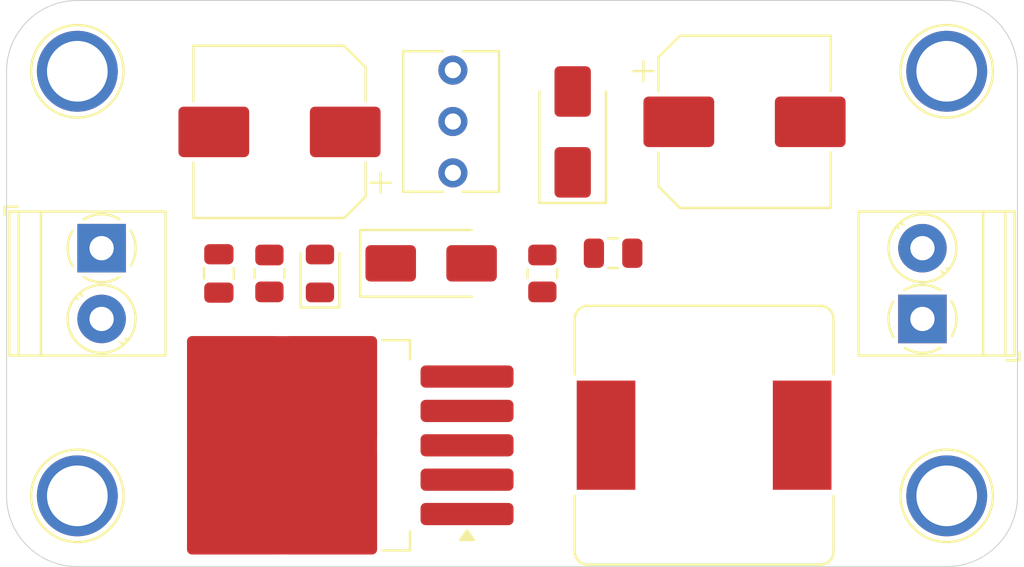
<source format=kicad_pcb>
(kicad_pcb (version 20241010) (generator "pcbnew") (generator_version "8.99")
  (layers (0 "F.Cu" signal) (2 "B.Cu" signal) (13 "F.Paste" user) (15 "B.Paste" user) (5 "F.SilkS" user "F.Silkscreen") (7 "B.SilkS" user "B.Silkscreen") (1 "F.Mask" user) (3 "B.Mask" user) (25 "Edge.Cuts" user) (39 "User.1" signal) (41 "User.2" signal) (43 "User.3" signal) (45 "User.4" signal) (47 "User.5" signal) (49 "User.6" signal) (51 "User.7" signal) (53 "User.8" signal) (55 "User.9" signal))
  (net 0 "")
  (footprint "TerminalBlock_Phoenix:TerminalBlock_Phoenix_PT-1,5-2-3.5-H_1x02_P3.50mm_Horizontal" (layer "F.Cu") (at 118.7 67.25 -90)
    (property "Reference" "J2" (hide yes))
    (property "Value" "Screw_Terminal_01x02" (hide yes))
    (fp_line (start -2.05 4.8) (end -1.65 4.8) (stroke (width 0.12)) (layer "F.SilkS"))
    (fp_line (start -1.81 4.56) (end 5.31 4.56) (stroke (width 0.12)) (layer "F.SilkS"))
    (fp_line (start -2.05 4.16) (end -2.05 4.8) (stroke (width 0.12)) (layer "F.SilkS"))
    (fp_line (start -1.81 4.1) (end 5.31 4.1) (stroke (width 0.12)) (layer "F.SilkS"))
    (fp_line (start -1.81 3) (end 5.31 3) (stroke (width 0.12)) (layer "F.SilkS"))
    (fp_line (start 2.525 1.181) (end 2.431 1.274) (stroke (width 0.12)) (layer "F.SilkS"))
    (fp_line (start 2.355 0.941) (end 2.226 1.069) (stroke (width 0.12)) (layer "F.SilkS"))
    (fp_line (start 4.775 -1.069) (end 4.646 -0.941) (stroke (width 0.12)) (layer "F.SilkS"))
    (fp_line (start 4.57 -1.275) (end 4.476 -1.181) (stroke (width 0.12)) (layer "F.SilkS"))
    (fp_line (start -1.81 -3.16) (end -1.81 4.56) (stroke (width 0.12)) (layer "F.SilkS"))
    (fp_line (start -1.81 -3.16) (end 5.31 -3.16) (stroke (width 0.12)) (layer "F.SilkS"))
    (fp_line (start 5.31 -3.16) (end 5.31 4.56) (stroke (width 0.12)) (layer "F.SilkS"))
    (fp_arc (start 0.028674 1.680099) (mid -0.435535 1.622918) (end -0.866 1.44) (stroke (width 0.12)) (layer "F.SilkS"))
    (fp_arc (start 0.890264 1.424721) (mid 0.463071 1.61492) (end 0 1.68) (stroke (width 0.12)) (layer "F.SilkS"))
    (fp_arc (start -1.425358 0.889894) (mid -1.680286 0.014012) (end -1.44 -0.866) (stroke (width 0.12)) (layer "F.SilkS"))
    (fp_arc (start 1.425504 -0.890193) (mid 1.680626 0.000476) (end 1.425 0.891) (stroke (width 0.12)) (layer "F.SilkS"))
    (fp_arc (start -0.889894 -1.425358) (mid -0.014012 -1.680286) (end 0.866 -1.44) (stroke (width 0.12)) (layer "F.SilkS"))
    (fp_circle (center 3.5 0) (end 5.18 0) (stroke (width 0.12)) (fill none) (layer "F.SilkS"))
    (pad "1" thru_hole rect (at 0 0 270) (size 2.4 2.4) (drill 1.2) (layers "*.Cu" "*.Mask"))
    (pad "2" thru_hole circle (at 3.5 0 270) (size 2.4 2.4) (drill 1.2) (layers "*.Cu" "*.Mask"))
  )
  (footprint "TestPoint:TestPoint_Plated_Hole_D3.0mm" (layer "F.Cu") (at 117.5 79.5)
    (property "Reference" "H3" (hide yes))
    (property "Value" "MountingHole_Pad" (hide yes))
    (fp_circle (center 0 0) (end 0 -2.286) (stroke (width 0.12)) (fill none) (layer "F.SilkS"))
    (pad "1" thru_hole circle (at 0 0) (size 4 4) (drill 3) (layers "*.Cu" "*.Mask"))
  )
  (footprint "TestPoint:TestPoint_Plated_Hole_D3.0mm" (layer "F.Cu") (at 160.5 79.5)
    (property "Reference" "H1" (hide yes))
    (property "Value" "MountingHole_Pad" (hide yes))
    (fp_circle (center 0 0) (end 0 -2.286) (stroke (width 0.12)) (fill none) (layer "F.SilkS"))
    (pad "1" thru_hole circle (at 0 0) (size 4 4) (drill 3) (layers "*.Cu" "*.Mask"))
  )
  (footprint "Capacitor_SMD:C_0805_2012Metric" (layer "F.Cu") (at 144 67.5)
    (property "Reference" "C4" (hide yes))
    (property "Value" "C" (hide yes))
    (fp_line (start -0.261252 -0.735) (end 0.261252 -0.735) (stroke (width 0.12)) (layer "F.SilkS"))
    (fp_line (start -0.261252 0.735) (end 0.261252 0.735) (stroke (width 0.12)) (layer "F.SilkS"))
    (pad "1" smd roundrect (at -0.95 0) (size 1 1.45) (layers "F.Cu" "F.Mask" "F.Paste"))
    (pad "2" smd roundrect (at 0.95 0) (size 1 1.45) (layers "F.Cu" "F.Mask" "F.Paste"))
  )
  (footprint "Capacitor_SMD:CP_Elec_8x10" (layer "F.Cu") (at 127.5 61.5 180)
    (property "Reference" "C1" (hide yes))
    (property "Value" "C_Polarized" (hide yes))
    (fp_line (start 4.26 4.26) (end 4.26 1.51) (stroke (width 0.12)) (layer "F.SilkS"))
    (fp_line (start 4.26 -4.26) (end 4.26 -1.51) (stroke (width 0.12)) (layer "F.SilkS"))
    (fp_line (start -3.195563 4.26) (end 4.26 4.26) (stroke (width 0.12)) (layer "F.SilkS"))
    (fp_line (start -3.195563 -4.26) (end 4.26 -4.26) (stroke (width 0.12)) (layer "F.SilkS"))
    (fp_line (start -4.26 3.195563) (end -3.195563 4.26) (stroke (width 0.12)) (layer "F.SilkS"))
    (fp_line (start -4.26 3.195563) (end -4.26 1.51) (stroke (width 0.12)) (layer "F.SilkS"))
    (fp_line (start -4.26 -3.195563) (end -3.195563 -4.26) (stroke (width 0.12)) (layer "F.SilkS"))
    (fp_line (start -4.26 -3.195563) (end -4.26 -1.51) (stroke (width 0.12)) (layer "F.SilkS"))
    (fp_line (start -5 -3.01) (end -5 -2.01) (stroke (width 0.12)) (layer "F.SilkS"))
    (fp_line (start -5.5 -2.51) (end -4.5 -2.51) (stroke (width 0.12)) (layer "F.SilkS"))
    (pad "1" smd roundrect (at -3.25 0 180) (size 3.5 2.5) (layers "F.Cu" "F.Mask" "F.Paste") (roundrect_rratio 0.1))
    (pad "2" smd roundrect (at 3.25 0 180) (size 3.5 2.5) (layers "F.Cu" "F.Mask" "F.Paste") (roundrect_rratio 0.1))
  )
  (footprint "Diode_SMD:D_SMA" (layer "F.Cu") (at 142 61.5 90)
    (property "Reference" "D1" (hide yes))
    (property "Value" "DIODE" (hide yes))
    (fp_line (start -3.51 -1.65) (end 2 -1.65) (stroke (width 0.12)) (layer "F.SilkS"))
    (fp_line (start -3.51 -1.65) (end -3.51 1.65) (stroke (width 0.12)) (layer "F.SilkS"))
    (fp_line (start -3.51 1.65) (end 2 1.65) (stroke (width 0.12)) (layer "F.SilkS"))
    (pad "1" smd roundrect (at -2 0 90) (size 2.5 1.8) (layers "F.Cu" "F.Mask" "F.Paste") (roundrect_rratio 0.1388888889))
    (pad "2" smd roundrect (at 2 0 90) (size 2.5 1.8) (layers "F.Cu" "F.Mask" "F.Paste") (roundrect_rratio 0.1388888889))
  )
  (footprint "Package_TO_SOT_SMD:TO-263-5_TabPin3" (layer "F.Cu") (at 129.125 77 180)
    (property "Reference" "U1" (hide yes))
    (property "Value" "LM2595S-5" (hide yes))
    (fp_line (start -3.46 5.2) (end -4.825 5.2) (stroke (width 0.12)) (layer "F.SilkS"))
    (fp_line (start -3.46 -5.2) (end -4.825 -5.2) (stroke (width 0.12)) (layer "F.SilkS"))
    (fp_line (start -4.825 5.2) (end -4.825 4.25) (stroke (width 0.12)) (layer "F.SilkS"))
    (fp_line (start -4.825 -5.2) (end -4.825 -4.25) (stroke (width 0.12)) (layer "F.SilkS"))
    (fp_poly (pts (xy -7.65 -4.21) (xy -7.99 -4.68) (xy -7.31 -4.68) (xy -7.65 -4.21)) (stroke (width 0.12)) (fill solid) (layer "F.SilkS"))
    (pad "1" smd roundrect (at -7.65 -3.4 180) (size 4.6 1.1) (layers "F.Cu" "F.Mask" "F.Paste") (roundrect_rratio 0.227273))
    (pad "2" smd roundrect (at -7.65 -1.7 180) (size 4.6 1.1) (layers "F.Cu" "F.Mask" "F.Paste") (roundrect_rratio 0.227273))
    (pad "3" smd roundrect (at -7.65 0 180) (size 4.6 1.1) (layers "F.Cu" "F.Mask" "F.Paste") (roundrect_rratio 0.227273))
    (pad "3" smd roundrect (at -0.925 -2.775 180) (size 4.55 5.25) (layers "F.Cu" "F.Paste") (roundrect_rratio 0.054945))
    (pad "3" smd roundrect (at -0.925 2.775 180) (size 4.55 5.25) (layers "F.Cu" "F.Paste") (roundrect_rratio 0.054945))
    (pad "3" smd roundrect (at 1.5 0 180) (size 9.4 10.8) (layers "F.Cu" "F.Mask") (roundrect_rratio 0.026596))
    (pad "3" smd roundrect (at 3.925 -2.775 180) (size 4.55 5.25) (layers "F.Cu" "F.Paste") (roundrect_rratio 0.054945))
    (pad "3" smd roundrect (at 3.925 2.775 180) (size 4.55 5.25) (layers "F.Cu" "F.Paste") (roundrect_rratio 0.054945))
    (pad "4" smd roundrect (at -7.65 1.7 180) (size 4.6 1.1) (layers "F.Cu" "F.Mask" "F.Paste") (roundrect_rratio 0.227273))
    (pad "5" smd roundrect (at -7.65 3.4 180) (size 4.6 1.1) (layers "F.Cu" "F.Mask" "F.Paste") (roundrect_rratio 0.227273))
  )
  (footprint "Capacitor_SMD:CP_Elec_8x10" (layer "F.Cu") (at 150.5 61)
    (property "Reference" "C2" (hide yes))
    (property "Value" "C_Polarized" (hide yes))
    (fp_line (start -5.5 -2.51) (end -4.5 -2.51) (stroke (width 0.12)) (layer "F.SilkS"))
    (fp_line (start -5 -3.01) (end -5 -2.01) (stroke (width 0.12)) (layer "F.SilkS"))
    (fp_line (start -4.26 -3.195563) (end -4.26 -1.51) (stroke (width 0.12)) (layer "F.SilkS"))
    (fp_line (start -4.26 -3.195563) (end -3.195563 -4.26) (stroke (width 0.12)) (layer "F.SilkS"))
    (fp_line (start -4.26 3.195563) (end -4.26 1.51) (stroke (width 0.12)) (layer "F.SilkS"))
    (fp_line (start -4.26 3.195563) (end -3.195563 4.26) (stroke (width 0.12)) (layer "F.SilkS"))
    (fp_line (start -3.195563 -4.26) (end 4.26 -4.26) (stroke (width 0.12)) (layer "F.SilkS"))
    (fp_line (start -3.195563 4.26) (end 4.26 4.26) (stroke (width 0.12)) (layer "F.SilkS"))
    (fp_line (start 4.26 -4.26) (end 4.26 -1.51) (stroke (width 0.12)) (layer "F.SilkS"))
    (fp_line (start 4.26 4.26) (end 4.26 1.51) (stroke (width 0.12)) (layer "F.SilkS"))
    (pad "1" smd roundrect (at -3.25 0) (size 3.5 2.5) (layers "F.Cu" "F.Mask" "F.Paste") (roundrect_rratio 0.1))
    (pad "2" smd roundrect (at 3.25 0) (size 3.5 2.5) (layers "F.Cu" "F.Mask" "F.Paste") (roundrect_rratio 0.1))
  )
  (footprint "Diode_SMD:D_SMA" (layer "F.Cu") (at 135 68)
    (property "Reference" "D2" (hide yes))
    (property "Value" "DIODE" (hide yes))
    (fp_line (start -3.51 -1.65) (end -3.51 1.65) (stroke (width 0.12)) (layer "F.SilkS"))
    (fp_line (start -3.51 -1.65) (end 2 -1.65) (stroke (width 0.12)) (layer "F.SilkS"))
    (fp_line (start -3.51 1.65) (end 2 1.65) (stroke (width 0.12)) (layer "F.SilkS"))
    (pad "1" smd roundrect (at -2 0) (size 2.5 1.8) (layers "F.Cu" "F.Mask" "F.Paste") (roundrect_rratio 0.1388888889))
    (pad "2" smd roundrect (at 2 0) (size 2.5 1.8) (layers "F.Cu" "F.Mask" "F.Paste") (roundrect_rratio 0.1388888889))
  )
  (footprint "LED_SMD:LED_0805_2012Metric" (layer "F.Cu") (at 129.5 68.5 90)
    (property "Reference" "D3" (hide yes))
    (property "Value" "LED" (hide yes))
    (fp_line (start 1 -0.96) (end -1.685 -0.96) (stroke (width 0.12)) (layer "F.SilkS"))
    (fp_line (start -1.685 -0.96) (end -1.685 0.96) (stroke (width 0.12)) (layer "F.SilkS"))
    (fp_line (start -1.685 0.96) (end 1 0.96) (stroke (width 0.12)) (layer "F.SilkS"))
    (pad "1" smd roundrect (at -0.9375 0 90) (size 0.975 1.4) (layers "F.Cu" "F.Mask" "F.Paste"))
    (pad "2" smd roundrect (at 0.9375 0 90) (size 0.975 1.4) (layers "F.Cu" "F.Mask" "F.Paste"))
  )
  (footprint "Inductor_SMD:L_Bourns_SRR1260" (layer "F.Cu") (at 148.5 76.5)
    (property "Reference" "L1" (hide yes))
    (property "Value" "L" (hide yes))
    (fp_line (start -6.4 -5.75) (end -6.4 -3) (stroke (width 0.12)) (layer "F.SilkS"))
    (fp_line (start -6.4 3) (end -6.4 5.75) (stroke (width 0.12)) (layer "F.SilkS"))
    (fp_line (start -5.75 -6.4) (end 5.75 -6.4) (stroke (width 0.12)) (layer "F.SilkS"))
    (fp_line (start 5.75 6.4) (end -5.75 6.4) (stroke (width 0.12)) (layer "F.SilkS"))
    (fp_line (start 6.4 -5.75) (end 6.4 -3) (stroke (width 0.12)) (layer "F.SilkS"))
    (fp_line (start 6.4 3) (end 6.4 5.75) (stroke (width 0.12)) (layer "F.SilkS"))
    (fp_arc (start -6.4 -5.75) (mid -6.209619 -6.209619) (end -5.75 -6.4) (stroke (width 0.12)) (layer "F.SilkS"))
    (fp_arc (start -5.75 6.4) (mid -6.209619 6.209619) (end -6.4 5.75) (stroke (width 0.12)) (layer "F.SilkS"))
    (fp_arc (start 5.75 -6.4) (mid 6.209619 -6.209619) (end 6.4 -5.75) (stroke (width 0.12)) (layer "F.SilkS"))
    (fp_arc (start 6.4 5.75) (mid 6.209619 6.209619) (end 5.75 6.4) (stroke (width 0.12)) (layer "F.SilkS"))
    (pad "1" smd rect (at -4.85 0) (size 2.9 5.4) (layers "F.Cu" "F.Mask" "F.Paste"))
    (pad "2" smd rect (at 4.85 0) (size 2.9 5.4) (layers "F.Cu" "F.Mask" "F.Paste"))
  )
  (footprint "Potentiometer_THT:Potentiometer_Bourns_3266Y_Vertical" (layer "F.Cu") (at 136.075 63.525 -90)
    (property "Reference" "RV1" (hide yes))
    (property "Value" "R_Potentiometer" (hide yes))
    (fp_line (start -6.015 2.46) (end 0.935 2.46) (stroke (width 0.12)) (layer "F.SilkS"))
    (fp_line (start -6.015 0.496) (end -6.015 2.46) (stroke (width 0.12)) (layer "F.SilkS"))
    (fp_line (start 0.935 0.496) (end 0.935 2.46) (stroke (width 0.12)) (layer "F.SilkS"))
    (fp_line (start -6.015 -2.28) (end -6.015 -0.494) (stroke (width 0.12)) (layer "F.SilkS"))
    (fp_line (start -6.015 -2.28) (end 0.935 -2.28) (stroke (width 0.12)) (layer "F.SilkS"))
    (fp_line (start 0.935 -2.28) (end 0.935 -0.494) (stroke (width 0.12)) (layer "F.SilkS"))
    (pad "1" thru_hole circle (at 0 0 270) (size 1.44 1.44) (drill 0.8) (layers "*.Cu" "*.Mask"))
    (pad "2" thru_hole circle (at -2.54 0 270) (size 1.44 1.44) (drill 0.8) (layers "*.Cu" "*.Mask"))
    (pad "3" thru_hole circle (at -5.08 0 270) (size 1.44 1.44) (drill 0.8) (layers "*.Cu" "*.Mask"))
  )
  (footprint "Resistor_SMD:R_0805_2012Metric" (layer "F.Cu") (at 140.5 68.5 90)
    (property "Reference" "R1" (hide yes))
    (property "Value" "R" (hide yes))
    (fp_line (start -0.227064 -0.735) (end 0.227064 -0.735) (stroke (width 0.12)) (layer "F.SilkS"))
    (fp_line (start -0.227064 0.735) (end 0.227064 0.735) (stroke (width 0.12)) (layer "F.SilkS"))
    (pad "1" smd roundrect (at -0.9125 0 90) (size 1.025 1.4) (layers "F.Cu" "F.Mask" "F.Paste") (roundrect_rratio 0.243902))
    (pad "2" smd roundrect (at 0.9125 0 90) (size 1.025 1.4) (layers "F.Cu" "F.Mask" "F.Paste") (roundrect_rratio 0.243902))
  )
  (footprint "Capacitor_SMD:C_0805_2012Metric" (layer "F.Cu") (at 124.5 68.5 90)
    (property "Reference" "C3" (hide yes))
    (property "Value" "C" (hide yes))
    (fp_line (start -0.261252 -0.735) (end 0.261252 -0.735) (stroke (width 0.12)) (layer "F.SilkS"))
    (fp_line (start -0.261252 0.735) (end 0.261252 0.735) (stroke (width 0.12)) (layer "F.SilkS"))
    (pad "1" smd roundrect (at -0.95 0 90) (size 1 1.45) (layers "F.Cu" "F.Mask" "F.Paste"))
    (pad "2" smd roundrect (at 0.95 0 90) (size 1 1.45) (layers "F.Cu" "F.Mask" "F.Paste"))
  )
  (footprint "TestPoint:TestPoint_Plated_Hole_D3.0mm" (layer "F.Cu") (at 117.5 58.5)
    (property "Reference" "H2" (hide yes))
    (property "Value" "MountingHole_Pad" (hide yes))
    (fp_circle (center 0 0) (end 0 -2.286) (stroke (width 0.12)) (fill none) (layer "F.SilkS"))
    (pad "1" thru_hole circle (at 0 0) (size 4 4) (drill 3) (layers "*.Cu" "*.Mask"))
  )
  (footprint "Resistor_SMD:R_0805_2012Metric" (layer "F.Cu") (at 127 68.5 90)
    (property "Reference" "R2" (hide yes))
    (property "Value" "R" (hide yes))
    (fp_line (start -0.227064 -0.735) (end 0.227064 -0.735) (stroke (width 0.12)) (layer "F.SilkS"))
    (fp_line (start -0.227064 0.735) (end 0.227064 0.735) (stroke (width 0.12)) (layer "F.SilkS"))
    (pad "1" smd roundrect (at -0.9125 0 90) (size 1.025 1.4) (layers "F.Cu" "F.Mask" "F.Paste") (roundrect_rratio 0.243902))
    (pad "2" smd roundrect (at 0.9125 0 90) (size 1.025 1.4) (layers "F.Cu" "F.Mask" "F.Paste") (roundrect_rratio 0.243902))
  )
  (footprint "TestPoint:TestPoint_Plated_Hole_D3.0mm" (layer "F.Cu") (at 160.5 58.5)
    (property "Reference" "H4" (hide yes))
    (property "Value" "MountingHole_Pad" (hide yes))
    (fp_circle (center 0 0) (end 0 -2.286) (stroke (width 0.12)) (fill none) (layer "F.SilkS"))
    (pad "1" thru_hole circle (at 0 0) (size 4 4) (drill 3) (layers "*.Cu" "*.Mask"))
  )
  (footprint "TerminalBlock_Phoenix:TerminalBlock_Phoenix_PT-1,5-2-3.5-H_1x02_P3.50mm_Horizontal" (layer "F.Cu") (at 159.3 70.75 90)
    (property "Reference" "J1" (hide yes))
    (property "Value" "Screw_Terminal_01x02" (hide yes))
    (fp_line (start 5.31 -3.16) (end 5.31 4.56) (stroke (width 0.12)) (layer "F.SilkS"))
    (fp_line (start -1.81 -3.16) (end 5.31 -3.16) (stroke (width 0.12)) (layer "F.SilkS"))
    (fp_line (start -1.81 -3.16) (end -1.81 4.56) (stroke (width 0.12)) (layer "F.SilkS"))
    (fp_line (start 4.57 -1.275) (end 4.476 -1.181) (stroke (width 0.12)) (layer "F.SilkS"))
    (fp_line (start 4.775 -1.069) (end 4.646 -0.941) (stroke (width 0.12)) (layer "F.SilkS"))
    (fp_line (start 2.355 0.941) (end 2.226 1.069) (stroke (width 0.12)) (layer "F.SilkS"))
    (fp_line (start 2.525 1.181) (end 2.431 1.274) (stroke (width 0.12)) (layer "F.SilkS"))
    (fp_line (start -1.81 3) (end 5.31 3) (stroke (width 0.12)) (layer "F.SilkS"))
    (fp_line (start -1.81 4.1) (end 5.31 4.1) (stroke (width 0.12)) (layer "F.SilkS"))
    (fp_line (start -2.05 4.16) (end -2.05 4.8) (stroke (width 0.12)) (layer "F.SilkS"))
    (fp_line (start -1.81 4.56) (end 5.31 4.56) (stroke (width 0.12)) (layer "F.SilkS"))
    (fp_line (start -2.05 4.8) (end -1.65 4.8) (stroke (width 0.12)) (layer "F.SilkS"))
    (fp_arc (start -0.889894 -1.425358) (mid -0.014012 -1.680286) (end 0.866 -1.44) (stroke (width 0.12)) (layer "F.SilkS"))
    (fp_arc (start 1.425504 -0.890193) (mid 1.680626 0.000476) (end 1.425 0.891) (stroke (width 0.12)) (layer "F.SilkS"))
    (fp_arc (start -1.425358 0.889894) (mid -1.680286 0.014012) (end -1.44 -0.866) (stroke (width 0.12)) (layer "F.SilkS"))
    (fp_arc (start 0.890264 1.424721) (mid 0.463071 1.61492) (end 0 1.68) (stroke (width 0.12)) (layer "F.SilkS"))
    (fp_arc (start 0.028674 1.680099) (mid -0.435535 1.622918) (end -0.866 1.44) (stroke (width 0.12)) (layer "F.SilkS"))
    (fp_circle (center 3.5 0) (end 5.18 0) (stroke (width 0.12)) (fill none) (layer "F.SilkS"))
    (pad "1" thru_hole rect (at 0 0 90) (size 2.4 2.4) (drill 1.2) (layers "*.Cu" "*.Mask"))
    (pad "2" thru_hole circle (at 3.5 0 90) (size 2.4 2.4) (drill 1.2) (layers "*.Cu" "*.Mask"))
  )
  (gr_line (start 164 79.5) (end 164 58.5) (stroke (width 0.05)) (layer "Edge.Cuts"))
  (gr_line (start 114 58.5) (end 114 79.5) (stroke (width 0.05)) (layer "Edge.Cuts"))
  (gr_arc (start 160.5 55) (mid 162.974874 56.025126) (end 164 58.5) (stroke (width 0.05)) (layer "Edge.Cuts"))
  (gr_arc (start 114 58.5) (mid 115.025126 56.025126) (end 117.5 55) (stroke (width 0.05)) (layer "Edge.Cuts"))
  (gr_line (start 117.5 55) (end 160.5 55) (stroke (width 0.05)) (layer "Edge.Cuts"))
  (gr_arc (start 164 79.5) (mid 162.974874 81.974874) (end 160.5 83) (stroke (width 0.05)) (layer "Edge.Cuts"))
  (gr_line (start 117.5 83) (end 160.5 83) (stroke (width 0.05)) (layer "Edge.Cuts"))
  (gr_arc (start 117.5 83) (mid 115.025126 81.974874) (end 114 79.5) (stroke (width 0.05)) (layer "Edge.Cuts"))
)
</source>
